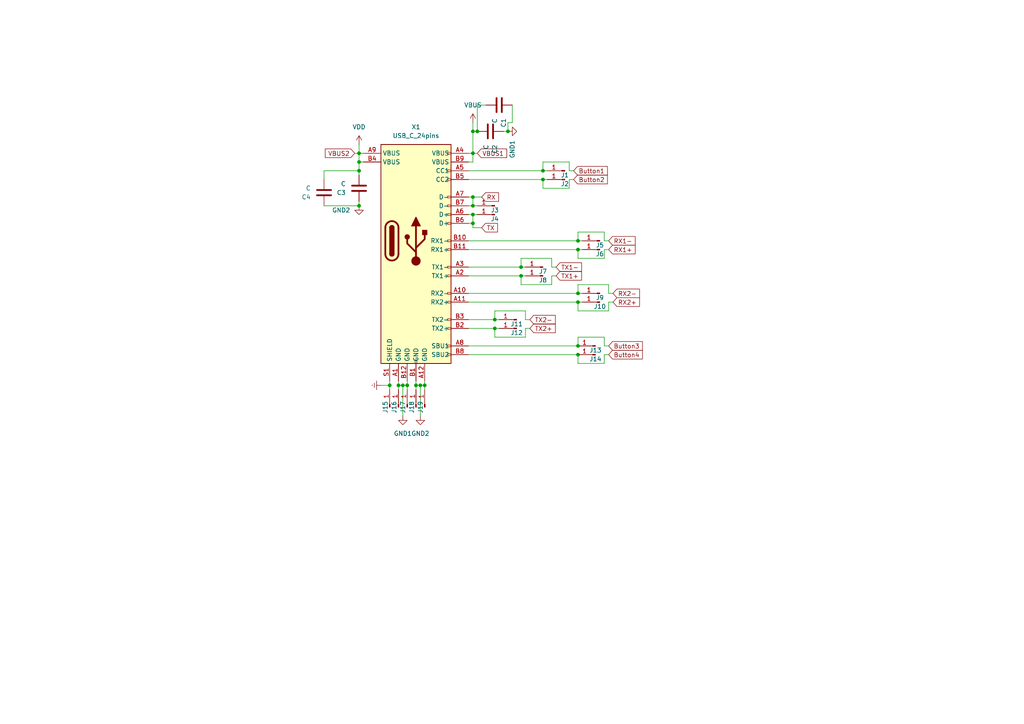
<source format=kicad_sch>
(kicad_sch (version 20211123) (generator eeschema)
  (paper "A4")
  (lib_symbols
    (symbol "Connector:Conn_01x01_Male" (pin_names (offset 1.016) hide)
      (property "Reference" "J" (at 0 2.54 0))
      (property "Value" "Conn_01x01_Male" (at 0 -2.54 0))
      (symbol "Conn_01x01_Male_1_1"
        (polyline (pts (xy 1.27 0) (xy 0.8636 0)) (stroke (width 0.1524)))
        (rectangle (start 0.8636 0.127) (end 0 -0.127) (stroke (width 0.1524)) (fill (type outline)))
        (pin passive line (at 5.08 0 180) (length 3.81) (name "Pin_1") (number "1"))
      )
    )
    (symbol "Device:C" (pin_numbers hide) (pin_names (offset 0.254))
      (property "Reference" "C" (at 0.635 2.54 0))
      (property "Value" "C" (at 0.635 -2.54 0))
      (symbol "C_0_1"
        (polyline (pts (xy -2.032 -0.762) (xy 2.032 -0.762)) (stroke (width 0.508)))
        (polyline (pts (xy -2.032 0.762) (xy 2.032 0.762)) (stroke (width 0.508)))
      )
      (symbol "C_1_1"
        (pin passive line (at 0 3.81 270) (length 2.794) (name "~") (number "1"))
        (pin passive line (at 0 -3.81 90) (length 2.794) (name "~") (number "2"))
      )
    )
    (symbol "Shield1:USB_C_24pins"
      (property "Reference" "X" (at 0 36.83 0))
      (property "Value" "USB_C_24pins" (at 0 34.29 0))
      (symbol "USB_C_24pins_0_0"
        (rectangle (start -0.254 -30.48) (end 0.254 -29.464))
        (rectangle (start 10.16 -27.686) (end 9.144 -28.194))
        (rectangle (start 10.16 -25.146) (end 9.144 -25.654))
        (rectangle (start 10.16 -20.066) (end 9.144 -20.574))
        (rectangle (start 10.16 -17.526) (end 9.144 -18.034))
        (rectangle (start 10.16 -12.446) (end 9.144 -12.954))
        (rectangle (start 10.16 -9.906) (end 9.144 -10.414))
        (rectangle (start 10.16 -4.826) (end 9.144 -5.334))
        (rectangle (start 10.16 -2.286) (end 9.144 -2.794))
        (rectangle (start 10.16 2.794) (end 9.144 2.286))
        (rectangle (start 10.16 5.334) (end 9.144 4.826))
        (rectangle (start 10.16 10.414) (end 9.144 9.906))
        (rectangle (start 10.16 12.954) (end 9.144 12.446))
        (rectangle (start 10.16 15.494) (end 9.144 14.986))
        (rectangle (start 10.16 18.034) (end 9.144 17.526))
        (rectangle (start 10.16 23.114) (end 9.144 22.606))
        (rectangle (start 10.16 25.654) (end 9.144 25.146))
        (rectangle (start 10.16 30.734) (end 9.144 30.226))
      )
      (symbol "USB_C_24pins_0_1"
        (rectangle (start -10.16 33.02) (end 10.16 -30.48) (stroke (width 0.254)) (fill (type background)))
        (arc (start -8.89 1.27) (mid -6.985 -0.635) (end -5.08 1.27) (stroke (width 0.508)))
        (arc (start -7.62 1.27) (mid -6.985 0.635) (end -6.35 1.27) (stroke (width 0.254)))
        (arc (start -7.62 1.27) (mid -6.985 0.635) (end -6.35 1.27) (stroke (width 0.254)) (fill (type outline)))
        (rectangle (start -7.62 1.27) (end -6.35 8.89) (stroke (width 0.254)) (fill (type outline)))
        (arc (start -6.35 8.89) (mid -6.985 9.525) (end -7.62 8.89) (stroke (width 0.254)))
        (arc (start -6.35 8.89) (mid -6.985 9.525) (end -7.62 8.89) (stroke (width 0.254)) (fill (type outline)))
        (arc (start -5.08 8.89) (mid -6.985 10.795) (end -8.89 8.89) (stroke (width 0.508)))
        (polyline (pts (xy -8.89 1.27) (xy -8.89 8.89)) (stroke (width 0.508)))
        (polyline (pts (xy -5.08 8.89) (xy -5.08 1.27)) (stroke (width 0.508)))
      )
      (symbol "USB_C_24pins_1_1"
        (circle (center -2.54 6.223) (radius 0.635) (stroke (width 0.254)) (fill (type outline)))
        (circle (center 0 -0.762) (radius 1.27) (fill (type outline)))
        (polyline (pts (xy 0 -0.762) (xy 0 9.398)) (stroke (width 0.508)))
        (polyline (pts (xy 0 1.778) (xy -2.54 4.318) (xy -2.54 5.588)) (stroke (width 0.508)))
        (polyline (pts (xy 0 3.048) (xy 2.54 5.588) (xy 2.54 6.858)) (stroke (width 0.508)))
        (polyline (pts (xy -1.27 9.398) (xy 0 11.938) (xy 1.27 9.398) (xy -1.27 9.398)) (stroke (width 0.254)) (fill (type outline)))
        (rectangle (start 1.905 6.858) (end 3.175 8.128) (stroke (width 0.254)) (fill (type outline)))
        (pin passive line (at -5.08 -35.56 90) (length 5.08) (name "GND") (number "A1"))
        (pin bidirectional line (at 15.24 -10.16 180) (length 5.08) (name "RX2-") (number "A10"))
        (pin bidirectional line (at 15.24 -12.7 180) (length 5.08) (name "RX2+") (number "A11"))
        (pin passive line (at 2.54 -35.56 90) (length 5.08) (name "GND") (number "A12"))
        (pin bidirectional line (at 15.24 -5.08 180) (length 5.08) (name "TX1+") (number "A2"))
        (pin bidirectional line (at 15.24 -2.54 180) (length 5.08) (name "TX1-") (number "A3"))
        (pin passive line (at 15.24 30.48 180) (length 5.08) (name "VBUS") (number "A4"))
        (pin bidirectional line (at 15.24 25.4 180) (length 5.08) (name "CC1") (number "A5"))
        (pin bidirectional line (at 15.24 12.7 180) (length 5.08) (name "D+") (number "A6"))
        (pin bidirectional line (at 15.24 17.78 180) (length 5.08) (name "D-") (number "A7"))
        (pin bidirectional line (at 15.24 -25.4 180) (length 5.08) (name "SBU1") (number "A8"))
        (pin passive line (at -15.24 30.48 0) (length 5.08) (name "VBUS") (number "A9"))
        (pin passive line (at 0 -35.56 90) (length 5.08) (name "GND") (number "B1"))
        (pin bidirectional line (at 15.24 5.08 180) (length 5.08) (name "RX1-") (number "B10"))
        (pin bidirectional line (at 15.24 2.54 180) (length 5.08) (name "RX1+") (number "B11"))
        (pin passive line (at -2.54 -35.56 90) (length 5.08) (name "GND") (number "B12"))
        (pin bidirectional line (at 15.24 -20.32 180) (length 5.08) (name "TX2+") (number "B2"))
        (pin bidirectional line (at 15.24 -17.78 180) (length 5.08) (name "TX2-") (number "B3"))
        (pin passive line (at -15.24 27.94 0) (length 5.08) (name "VBUS") (number "B4"))
        (pin bidirectional line (at 15.24 22.86 180) (length 5.08) (name "CC2") (number "B5"))
        (pin bidirectional line (at 15.24 10.16 180) (length 5.08) (name "D+") (number "B6"))
        (pin bidirectional line (at 15.24 15.24 180) (length 5.08) (name "D-") (number "B7"))
        (pin bidirectional line (at 15.24 -27.94 180) (length 5.08) (name "SBU2") (number "B8"))
        (pin passive line (at 15.24 27.94 180) (length 5.08) (name "VBUS") (number "B9"))
        (pin passive line (at -7.62 -35.56 90) (length 5.08) (name "SHIELD") (number "S1"))
      )
    )
    (symbol "power:Earth" (power) (pin_names (offset 0))
      (symbol "Earth_0_1"
        (polyline (pts (xy -0.635 -1.905) (xy 0.635 -1.905)))
        (polyline (pts (xy -0.127 -2.54) (xy 0.127 -2.54)))
        (polyline (pts (xy 0 -1.27) (xy 0 0)))
        (polyline (pts (xy 1.27 -1.27) (xy -1.27 -1.27)))
      )
      (symbol "Earth_1_1"
        (pin power_in line (at 0 0 270) (length 0) hide (name "Earth") (number "1"))
      )
    )
    (symbol "power:GND1" (power) (pin_names (offset 0))
      (property "Value" "GND1" (at 0 -3.81 0))
      (symbol "GND1_0_1"
        (polyline (pts (xy 0 0) (xy 0 -1.27) (xy 1.27 -1.27) (xy 0 -2.54) (xy -1.27 -1.27) (xy 0 -1.27)))
      )
      (symbol "GND1_1_1"
        (pin power_in line (at 0 0 270) (length 0) hide (name "GND1") (number "1"))
      )
    )
    (symbol "power:GND2" (power) (pin_names (offset 0))
      (property "Value" "GND2" (at 0 -3.81 0))
      (symbol "GND2_0_1"
        (polyline (pts (xy 0 0) (xy 0 -1.27) (xy 1.27 -1.27) (xy 0 -2.54) (xy -1.27 -1.27) (xy 0 -1.27)))
      )
      (symbol "GND2_1_1"
        (pin power_in line (at 0 0 270) (length 0) hide (name "GND2") (number "1"))
      )
    )
    (symbol "power:VBUS" (power) (pin_names (offset 0))
      (property "Value" "VBUS" (at 0 3.81 0))
      (symbol "VBUS_0_1"
        (polyline (pts (xy -0.762 1.27) (xy 0 2.54)))
        (polyline (pts (xy 0 0) (xy 0 2.54)))
        (polyline (pts (xy 0 2.54) (xy 0.762 1.27)))
      )
      (symbol "VBUS_1_1"
        (pin power_in line (at 0 0 90) (length 0) hide (name "VBUS") (number "1"))
      )
    )
    (symbol "power:VDD" (power) (pin_names (offset 0))
      (property "Value" "VDD" (at 0 3.81 0))
      (symbol "VDD_0_1"
        (polyline (pts (xy -0.762 1.27) (xy 0 2.54)))
        (polyline (pts (xy 0 0) (xy 0 2.54)))
        (polyline (pts (xy 0 2.54) (xy 0.762 1.27)))
      )
      (symbol "VDD_1_1"
        (pin power_in line (at 0 0 90) (length 0) hide (name "VDD") (number "1"))
      )
    )
  )
  (junction (at 157.48 52.07))
  (junction (at 104.14 44.45))
  (junction (at 137.16 44.45))
  (junction (at 120.65 111.76))
  (junction (at 118.11 111.76))
  (junction (at 104.14 49.53))
  (junction (at 167.64 100.33))
  (junction (at 147.32 38.1))
  (junction (at 143.51 95.25))
  (junction (at 116.84 111.76))
  (junction (at 115.57 111.76))
  (junction (at 137.16 38.1))
  (junction (at 167.64 72.39))
  (junction (at 167.64 69.85))
  (junction (at 138.43 38.1))
  (junction (at 137.16 57.15))
  (junction (at 167.64 87.63))
  (junction (at 137.16 64.77))
  (junction (at 104.14 46.99))
  (junction (at 137.16 62.23))
  (junction (at 167.64 102.87))
  (junction (at 137.16 59.69))
  (junction (at 121.92 111.76))
  (junction (at 123.19 111.76))
  (junction (at 104.14 59.69))
  (junction (at 113.03 111.76))
  (junction (at 151.13 77.47))
  (junction (at 143.51 92.71))
  (junction (at 151.13 80.01))
  (junction (at 157.48 49.53))
  (junction (at 167.64 85.09))
  (wire (pts (xy 137.16 57.15) (xy 139.7 57.15)))
  (wire (pts (xy 166.37 49.53) (xy 165.1 49.53)))
  (wire (pts (xy 104.14 44.45) (xy 105.41 44.45)))
  (wire (pts (xy 176.53 87.63) (xy 176.53 90.17)))
  (wire (pts (xy 121.92 111.76) (xy 123.19 111.76)))
  (wire (pts (xy 160.02 74.93) (xy 151.13 74.93)))
  (wire (pts (xy 148.59 30.48) (xy 148.59 35.56)))
  (wire (pts (xy 137.16 64.77) (xy 135.89 64.77)))
  (wire (pts (xy 135.89 100.33) (xy 167.64 100.33)))
  (wire (pts (xy 135.89 77.47) (xy 151.13 77.47)))
  (wire (pts (xy 137.16 44.45) (xy 137.16 46.99)))
  (wire (pts (xy 167.64 87.63) (xy 168.91 87.63)))
  (wire (pts (xy 151.13 77.47) (xy 152.4 77.47)))
  (wire (pts (xy 135.89 72.39) (xy 167.64 72.39)))
  (wire (pts (xy 116.84 120.65) (xy 116.84 111.76)))
  (wire (pts (xy 177.8 85.09) (xy 176.53 85.09)))
  (wire (pts (xy 140.97 30.48) (xy 138.43 30.48)))
  (wire (pts (xy 135.89 102.87) (xy 167.64 102.87)))
  (wire (pts (xy 157.48 54.61) (xy 157.48 52.07)))
  (wire (pts (xy 160.02 77.47) (xy 160.02 74.93)))
  (wire (pts (xy 160.02 82.55) (xy 151.13 82.55)))
  (wire (pts (xy 153.67 95.25) (xy 152.4 95.25)))
  (wire (pts (xy 176.53 100.33) (xy 175.26 100.33)))
  (wire (pts (xy 167.64 69.85) (xy 168.91 69.85)))
  (wire (pts (xy 152.4 95.25) (xy 152.4 97.79)))
  (wire (pts (xy 137.16 57.15) (xy 137.16 59.69)))
  (wire (pts (xy 157.48 49.53) (xy 158.75 49.53)))
  (wire (pts (xy 135.89 44.45) (xy 137.16 44.45)))
  (wire (pts (xy 137.16 59.69) (xy 135.89 59.69)))
  (wire (pts (xy 175.26 69.85) (xy 175.26 67.31)))
  (wire (pts (xy 135.89 87.63) (xy 167.64 87.63)))
  (wire (pts (xy 167.64 67.31) (xy 167.64 69.85)))
  (wire (pts (xy 167.64 105.41) (xy 167.64 102.87)))
  (wire (pts (xy 167.64 82.55) (xy 167.64 85.09)))
  (wire (pts (xy 102.87 44.45) (xy 104.14 44.45)))
  (wire (pts (xy 175.26 74.93) (xy 175.26 72.39)))
  (wire (pts (xy 115.57 110.49) (xy 115.57 111.76)))
  (wire (pts (xy 167.64 90.17) (xy 167.64 87.63)))
  (wire (pts (xy 151.13 74.93) (xy 151.13 77.47)))
  (wire (pts (xy 137.16 59.69) (xy 138.43 59.69)))
  (wire (pts (xy 121.92 111.76) (xy 120.65 111.76)))
  (wire (pts (xy 113.03 111.76) (xy 113.03 113.03)))
  (wire (pts (xy 147.32 35.56) (xy 147.32 38.1)))
  (wire (pts (xy 104.14 50.8) (xy 104.14 49.53)))
  (wire (pts (xy 175.26 97.79) (xy 167.64 97.79)))
  (wire (pts (xy 165.1 52.07) (xy 165.1 54.61)))
  (wire (pts (xy 135.89 57.15) (xy 137.16 57.15)))
  (wire (pts (xy 161.29 80.01) (xy 160.02 80.01)))
  (wire (pts (xy 176.53 82.55) (xy 167.64 82.55)))
  (wire (pts (xy 143.51 92.71) (xy 144.78 92.71)))
  (wire (pts (xy 123.19 111.76) (xy 123.19 113.03)))
  (wire (pts (xy 139.7 66.04) (xy 137.16 66.04)))
  (wire (pts (xy 175.26 67.31) (xy 167.64 67.31)))
  (wire (pts (xy 120.65 111.76) (xy 120.65 113.03)))
  (wire (pts (xy 137.16 38.1) (xy 137.16 44.45)))
  (wire (pts (xy 135.89 80.01) (xy 151.13 80.01)))
  (wire (pts (xy 104.14 44.45) (xy 104.14 46.99)))
  (wire (pts (xy 135.89 69.85) (xy 167.64 69.85)))
  (wire (pts (xy 135.89 46.99) (xy 137.16 46.99)))
  (wire (pts (xy 153.67 92.71) (xy 152.4 92.71)))
  (wire (pts (xy 152.4 97.79) (xy 143.51 97.79)))
  (wire (pts (xy 104.14 49.53) (xy 104.14 46.99)))
  (wire (pts (xy 148.59 35.56) (xy 147.32 35.56)))
  (wire (pts (xy 137.16 66.04) (xy 137.16 64.77)))
  (wire (pts (xy 118.11 110.49) (xy 118.11 111.76)))
  (wire (pts (xy 116.84 111.76) (xy 118.11 111.76)))
  (wire (pts (xy 160.02 80.01) (xy 160.02 82.55)))
  (wire (pts (xy 110.49 111.76) (xy 113.03 111.76)))
  (wire (pts (xy 167.64 72.39) (xy 168.91 72.39)))
  (wire (pts (xy 137.16 44.45) (xy 138.43 44.45)))
  (wire (pts (xy 137.16 62.23) (xy 138.43 62.23)))
  (wire (pts (xy 167.64 97.79) (xy 167.64 100.33)))
  (wire (pts (xy 175.26 72.39) (xy 176.53 72.39)))
  (wire (pts (xy 165.1 46.99) (xy 157.48 46.99)))
  (wire (pts (xy 113.03 110.49) (xy 113.03 111.76)))
  (wire (pts (xy 167.64 74.93) (xy 175.26 74.93)))
  (wire (pts (xy 121.92 120.65) (xy 121.92 111.76)))
  (wire (pts (xy 176.53 69.85) (xy 175.26 69.85)))
  (wire (pts (xy 151.13 82.55) (xy 151.13 80.01)))
  (wire (pts (xy 135.89 95.25) (xy 143.51 95.25)))
  (wire (pts (xy 104.14 46.99) (xy 105.41 46.99)))
  (wire (pts (xy 137.16 62.23) (xy 137.16 64.77)))
  (wire (pts (xy 177.8 87.63) (xy 176.53 87.63)))
  (wire (pts (xy 151.13 80.01) (xy 152.4 80.01)))
  (wire (pts (xy 166.37 52.07) (xy 165.1 52.07)))
  (wire (pts (xy 157.48 46.99) (xy 157.48 49.53)))
  (wire (pts (xy 176.53 85.09) (xy 176.53 82.55)))
  (wire (pts (xy 104.14 59.69) (xy 104.14 58.42)))
  (wire (pts (xy 93.98 52.07) (xy 93.98 49.53)))
  (wire (pts (xy 115.57 111.76) (xy 115.57 113.03)))
  (wire (pts (xy 137.16 35.56) (xy 137.16 38.1)))
  (wire (pts (xy 161.29 77.47) (xy 160.02 77.47)))
  (wire (pts (xy 175.26 100.33) (xy 175.26 97.79)))
  (wire (pts (xy 135.89 92.71) (xy 143.51 92.71)))
  (wire (pts (xy 135.89 52.07) (xy 157.48 52.07)))
  (wire (pts (xy 176.53 90.17) (xy 167.64 90.17)))
  (wire (pts (xy 167.64 74.93) (xy 167.64 72.39)))
  (wire (pts (xy 147.32 38.1) (xy 146.05 38.1)))
  (wire (pts (xy 104.14 41.91) (xy 104.14 44.45)))
  (wire (pts (xy 135.89 62.23) (xy 137.16 62.23)))
  (wire (pts (xy 152.4 90.17) (xy 143.51 90.17)))
  (wire (pts (xy 165.1 49.53) (xy 165.1 46.99)))
  (wire (pts (xy 157.48 52.07) (xy 158.75 52.07)))
  (wire (pts (xy 143.51 95.25) (xy 144.78 95.25)))
  (wire (pts (xy 176.53 102.87) (xy 175.26 102.87)))
  (wire (pts (xy 93.98 49.53) (xy 104.14 49.53)))
  (wire (pts (xy 137.16 38.1) (xy 138.43 38.1)))
  (wire (pts (xy 167.64 85.09) (xy 168.91 85.09)))
  (wire (pts (xy 143.51 97.79) (xy 143.51 95.25)))
  (wire (pts (xy 93.98 59.69) (xy 104.14 59.69)))
  (wire (pts (xy 135.89 85.09) (xy 167.64 85.09)))
  (wire (pts (xy 175.26 102.87) (xy 175.26 105.41)))
  (wire (pts (xy 118.11 111.76) (xy 118.11 113.03)))
  (wire (pts (xy 143.51 90.17) (xy 143.51 92.71)))
  (wire (pts (xy 120.65 110.49) (xy 120.65 111.76)))
  (wire (pts (xy 152.4 92.71) (xy 152.4 90.17)))
  (wire (pts (xy 165.1 54.61) (xy 157.48 54.61)))
  (wire (pts (xy 175.26 105.41) (xy 167.64 105.41)))
  (wire (pts (xy 116.84 111.76) (xy 115.57 111.76)))
  (wire (pts (xy 138.43 30.48) (xy 138.43 38.1)))
  (wire (pts (xy 135.89 49.53) (xy 157.48 49.53)))
  (wire (pts (xy 123.19 110.49) (xy 123.19 111.76)))
  (global_label "TX2-" (shape input) (at 153.67 92.71 0) (property "Intersheet References" "${INTERSHEET_REFS}" (effects hide)))
  (global_label "TX1+" (shape input) (at 161.29 80.01 0) (property "Intersheet References" "${INTERSHEET_REFS}" (effects hide)))
  (global_label "RX1+" (shape input) (at 176.53 72.39 0) (property "Intersheet References" "${INTERSHEET_REFS}" (effects hide)))
  (global_label "RX1-" (shape input) (at 176.53 69.85 0) (property "Intersheet References" "${INTERSHEET_REFS}" (effects hide)))
  (global_label "Button4" (shape input) (at 176.53 102.87 0) (property "Intersheet References" "${INTERSHEET_REFS}" (effects hide)))
  (global_label "TX" (shape input) (at 139.7 66.04 0) (property "Intersheet References" "${INTERSHEET_REFS}" (effects hide)))
  (global_label "RX2+" (shape input) (at 177.8 87.63 0) (property "Intersheet References" "${INTERSHEET_REFS}" (effects hide)))
  (global_label "VBUS1" (shape input) (at 138.43 44.45 0) (property "Intersheet References" "${INTERSHEET_REFS}" (effects hide)))
  (global_label "TX1-" (shape input) (at 161.29 77.47 0) (property "Intersheet References" "${INTERSHEET_REFS}" (effects hide)))
  (global_label "Button1" (shape input) (at 166.37 49.53 0) (property "Intersheet References" "${INTERSHEET_REFS}" (effects hide)))
  (global_label "RX2-" (shape input) (at 177.8 85.09 0) (property "Intersheet References" "${INTERSHEET_REFS}" (effects hide)))
  (global_label "Button2" (shape input) (at 166.37 52.07 0) (property "Intersheet References" "${INTERSHEET_REFS}" (effects hide)))
  (global_label "RX" (shape input) (at 139.7 57.15 0) (property "Intersheet References" "${INTERSHEET_REFS}" (effects hide)))
  (global_label "Button3" (shape input) (at 176.53 100.33 0) (property "Intersheet References" "${INTERSHEET_REFS}" (effects hide)))
  (global_label "TX2+" (shape input) (at 153.67 95.25 0) (property "Intersheet References" "${INTERSHEET_REFS}" (effects hide)))
  (global_label "VBUS2" (shape input) (at 102.87 44.45 180) (property "Intersheet References" "${INTERSHEET_REFS}" (effects hide)))
  (symbol (lib_id "Device:C") (at 93.98 55.88 180) (unit 1)
    (property "Reference" "C4" (at 90.17 57.1501 0) (effects (justify left)))
    (property "Value" "C" (at 90.17 54.6101 0) (effects (justify left)))
    (property "Footprint" "Capacitor_SMD:C_0402_1005Metric" (effects hide))
  )
  (symbol (lib_id "Device:C") (at 144.78 30.48 270) (unit 1)
    (property "Reference" "C1" (at 146.0501 34.29 0) (effects (justify left)))
    (property "Value" "C" (at 143.5101 34.29 0) (effects (justify left)))
    (property "Footprint" "Capacitor_SMD:C_0402_1005Metric" (effects hide))
  )
  (symbol (lib_id "power:GND1") (at 147.32 38.1 90) (unit 1)
    (property "Reference" "#PWR02" (effects hide))
    (property "Value" "GND1" (at 148.5901 40.64 0) (effects (justify right)))
  )
  (symbol (lib_id "Connector:Conn_01x01_Male") (at 120.65 118.11 270) (mirror x) (unit 1)
    (property "Reference" "J18" (at 119.38 118.11 0))
    (property "Value" "Conn_01x01_Male" (effects hide))
    (property "Footprint" "Shield1:smdPin" (effects hide))
  )
  (symbol (lib_id "Connector:Conn_01x01_Male") (at 163.83 49.53 0) (mirror y) (unit 1)
    (property "Reference" "J1" (at 163.83 50.8 0))
    (property "Value" "Conn_01x01_Male" (effects hide))
    (property "Footprint" "Shield1:throughPin" (effects hide))
  )
  (symbol (lib_id "Connector:Conn_01x01_Male") (at 173.99 72.39 0) (mirror y) (unit 1)
    (property "Reference" "J6" (at 173.99 73.66 0))
    (property "Value" "Conn_01x01_Male" (effects hide))
    (property "Footprint" "Shield1:smdPin" (effects hide))
  )
  (symbol (lib_id "Connector:Conn_01x01_Male") (at 149.86 92.71 0) (mirror y) (unit 1)
    (property "Reference" "J11" (at 149.86 93.98 0))
    (property "Value" "Conn_01x01_Male" (effects hide))
    (property "Footprint" "Shield1:smdPin" (effects hide))
  )
  (symbol (lib_id "Connector:Conn_01x01_Male") (at 173.99 69.85 0) (mirror y) (unit 1)
    (property "Reference" "J5" (at 173.99 71.12 0))
    (property "Value" "Conn_01x01_Male" (effects hide))
    (property "Footprint" "Shield1:smdPin" (effects hide))
  )
  (symbol (lib_id "Connector:Conn_01x01_Male") (at 172.72 100.33 0) (mirror y) (unit 1)
    (property "Reference" "J13" (at 172.72 101.6 0))
    (property "Value" "Conn_01x01_Male" (effects hide))
    (property "Footprint" "Shield1:throughPin" (effects hide))
  )
  (symbol (lib_id "Connector:Conn_01x01_Male") (at 163.83 52.07 0) (mirror y) (unit 1)
    (property "Reference" "J2" (at 163.83 53.34 0))
    (property "Value" "Conn_01x01_Male" (effects hide))
    (property "Footprint" "Shield1:throughPin" (effects hide))
  )
  (symbol (lib_id "Connector:Conn_01x01_Male") (at 157.48 80.01 0) (mirror y) (unit 1)
    (property "Reference" "J8" (at 157.48 81.28 0))
    (property "Value" "Conn_01x01_Male" (effects hide))
    (property "Footprint" "Shield1:smdPin" (effects hide))
  )
  (symbol (lib_id "power:VBUS") (at 137.16 35.56 0) (unit 1)
    (property "Reference" "#PWR01" (effects hide))
    (property "Value" "VBUS" (at 137.16 30.48 0))
  )
  (symbol (lib_id "Connector:Conn_01x01_Male") (at 143.51 59.69 0) (mirror y) (unit 1)
    (property "Reference" "J3" (at 143.51 60.96 0))
    (property "Value" "Conn_01x01_Male" (effects hide))
    (property "Footprint" "Shield1:smdPin" (effects hide))
  )
  (symbol (lib_id "Connector:Conn_01x01_Male") (at 157.48 77.47 0) (mirror y) (unit 1)
    (property "Reference" "J7" (at 157.48 78.74 0))
    (property "Value" "Conn_01x01_Male" (effects hide))
    (property "Footprint" "Shield1:smdPin" (effects hide))
  )
  (symbol (lib_id "power:Earth") (at 110.49 111.76 270) (unit 1)
    (property "Reference" "#PWR05" (effects hide))
    (property "Value" "Earth" (effects hide))
  )
  (symbol (lib_id "Connector:Conn_01x01_Male") (at 123.19 118.11 270) (mirror x) (unit 1)
    (property "Reference" "J19" (at 121.92 118.11 0))
    (property "Value" "Conn_01x01_Male" (effects hide))
    (property "Footprint" "Shield1:smdPin" (effects hide))
  )
  (symbol (lib_id "power:GND2") (at 104.14 59.69 0) (unit 1)
    (property "Reference" "#PWR04" (effects hide))
    (property "Value" "GND2" (at 101.6 60.9601 0) (effects (justify right)))
  )
  (symbol (lib_id "Connector:Conn_01x01_Male") (at 172.72 102.87 0) (mirror y) (unit 1)
    (property "Reference" "J14" (at 172.72 104.14 0))
    (property "Value" "Conn_01x01_Male" (effects hide))
    (property "Footprint" "Shield1:throughPin" (effects hide))
  )
  (symbol (lib_id "Connector:Conn_01x01_Male") (at 173.99 87.63 0) (mirror y) (unit 1)
    (property "Reference" "J10" (at 173.99 88.9 0))
    (property "Value" "Conn_01x01_Male" (effects hide))
    (property "Footprint" "Shield1:smdPin" (effects hide))
  )
  (symbol (lib_id "power:GND2") (at 121.92 120.65 0) (unit 1)
    (property "Reference" "#PWR07" (effects hide))
    (property "Value" "GND2" (at 121.92 125.73 0))
  )
  (symbol (lib_id "power:GND1") (at 116.84 120.65 0) (unit 1)
    (property "Reference" "#PWR06" (effects hide))
    (property "Value" "GND1" (at 116.84 125.73 0))
  )
  (symbol (lib_id "Connector:Conn_01x01_Male") (at 113.03 118.11 270) (mirror x) (unit 1)
    (property "Reference" "J15" (at 111.76 118.11 0))
    (property "Value" "Conn_01x01_Male" (effects hide))
    (property "Footprint" "Shield1:throughPin" (effects hide))
  )
  (symbol (lib_id "Connector:Conn_01x01_Male") (at 143.51 62.23 0) (mirror y) (unit 1)
    (property "Reference" "J4" (at 143.51 63.5 0))
    (property "Value" "Conn_01x01_Male" (effects hide))
    (property "Footprint" "Shield1:smdPin" (effects hide))
  )
  (symbol (lib_id "Connector:Conn_01x01_Male") (at 173.99 85.09 0) (mirror y) (unit 1)
    (property "Reference" "J9" (at 173.99 86.36 0))
    (property "Value" "Conn_01x01_Male" (effects hide))
    (property "Footprint" "Shield1:smdPin" (effects hide))
  )
  (symbol (lib_id "Connector:Conn_01x01_Male") (at 118.11 118.11 270) (mirror x) (unit 1)
    (property "Reference" "J17" (at 116.84 118.11 0))
    (property "Value" "Conn_01x01_Male" (effects hide))
    (property "Footprint" "Shield1:smdPin" (effects hide))
  )
  (symbol (lib_id "Connector:Conn_01x01_Male") (at 115.57 118.11 270) (mirror x) (unit 1)
    (property "Reference" "J16" (at 114.3 118.11 0))
    (property "Value" "Conn_01x01_Male" (effects hide))
    (property "Footprint" "Shield1:smdPin" (effects hide))
  )
  (symbol (lib_id "Shield1:USB_C_24pins") (at 120.65 74.93 0) (unit 1)
    (property "Reference" "X1" (at 120.65 36.83 0))
    (property "Value" "USB_C_24pins" (at 120.65 39.37 0))
    (property "Footprint" "Shield1:FPC_12" (effects hide))
  )
  (symbol (lib_id "Device:C") (at 104.14 54.61 180) (unit 1)
    (property "Reference" "C3" (at 100.33 55.8801 0) (effects (justify left)))
    (property "Value" "C" (at 100.33 53.3401 0) (effects (justify left)))
    (property "Footprint" "Capacitor_SMD:C_0402_1005Metric" (effects hide))
  )
  (symbol (lib_id "Connector:Conn_01x01_Male") (at 149.86 95.25 0) (mirror y) (unit 1)
    (property "Reference" "J12" (at 149.86 96.52 0))
    (property "Value" "Conn_01x01_Male" (effects hide))
    (property "Footprint" "Shield1:smdPin" (effects hide))
  )
  (symbol (lib_id "power:VDD") (at 104.14 41.91 0) (unit 1)
    (property "Reference" "#PWR03" (effects hide))
    (property "Value" "VDD" (at 104.14 36.83 0))
  )
  (symbol (lib_id "Device:C") (at 142.24 38.1 270) (unit 1)
    (property "Reference" "C2" (at 143.5101 41.91 0) (effects (justify left)))
    (property "Value" "C" (at 140.9701 41.91 0) (effects (justify left)))
    (property "Footprint" "Capacitor_SMD:C_0402_1005Metric" (effects hide))
  )
)
</source>
